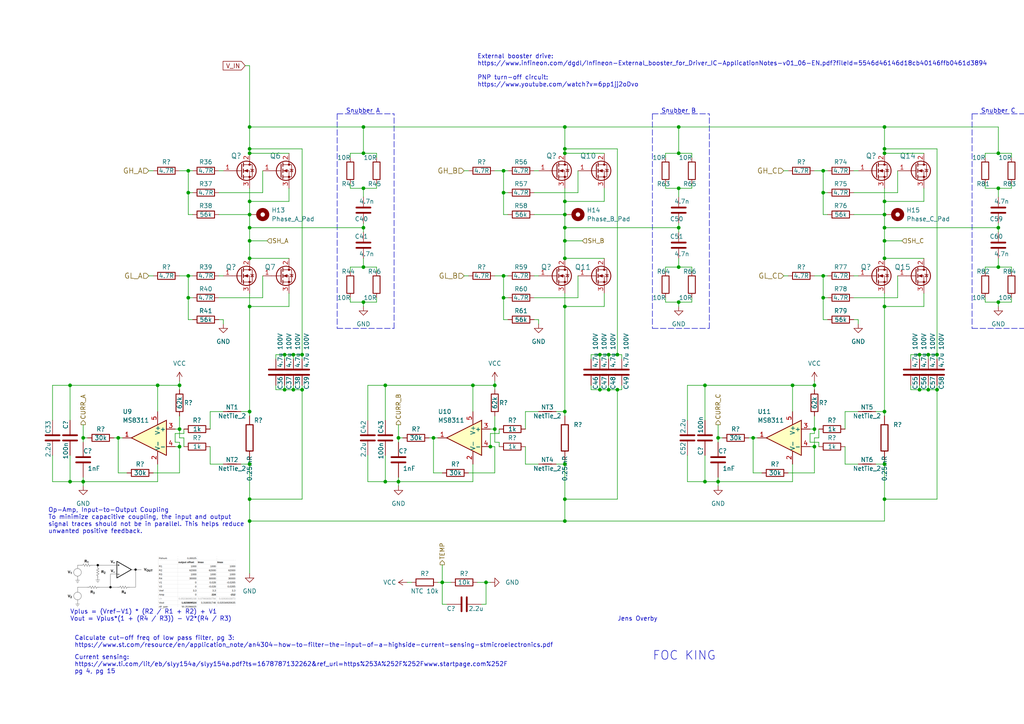
<source format=kicad_sch>
(kicad_sch (version 20211123) (generator eeschema)
  (paper "A4")
  (junction (at 72.39 43.18))
  (junction (at 289.56 44.45))
  (junction (at 72.39 66.04))
  (junction (at 163.83 119.38))
  (junction (at 266.7 102.87))
  (junction (at 229.87 111.76))
  (junction (at 146.05 55.88))
  (junction (at 52.07 129.54))
  (junction (at 85.09 102.87))
  (junction (at 163.83 134.62))
  (junction (at 72.39 74.93))
  (junction (at 24.13 139.7))
  (junction (at 256.54 36.83))
  (junction (at 105.41 36.83))
  (junction (at 72.39 58.42))
  (junction (at 269.24 113.03))
  (junction (at 208.28 127))
  (junction (at 72.39 44.45))
  (junction (at 105.41 87.63))
  (junction (at 196.85 36.83))
  (junction (at 163.83 69.85))
  (junction (at 269.24 102.87))
  (junction (at 204.47 111.76))
  (junction (at 256.54 58.42))
  (junction (at 208.28 139.7))
  (junction (at 72.39 69.85))
  (junction (at 163.83 144.78))
  (junction (at 128.27 168.91))
  (junction (at 266.7 113.03))
  (junction (at 85.09 113.03))
  (junction (at 238.76 55.88))
  (junction (at 143.51 124.46))
  (junction (at 218.44 127))
  (junction (at 163.83 44.45))
  (junction (at 256.54 43.18))
  (junction (at 54.61 80.01))
  (junction (at 72.39 134.62))
  (junction (at 105.41 54.61))
  (junction (at 143.51 111.76))
  (junction (at 271.78 102.87))
  (junction (at 125.73 127))
  (junction (at 289.56 66.04))
  (junction (at 204.47 139.7))
  (junction (at 256.54 88.9))
  (junction (at 105.41 44.45))
  (junction (at 196.85 87.63))
  (junction (at 82.55 102.87))
  (junction (at 111.76 139.7))
  (junction (at 54.61 49.53))
  (junction (at 87.63 102.87))
  (junction (at 179.07 102.87))
  (junction (at 82.55 113.03))
  (junction (at 256.54 74.93))
  (junction (at 142.24 129.54))
  (junction (at 52.07 124.46))
  (junction (at 163.83 151.13))
  (junction (at 140.97 168.91))
  (junction (at 105.41 77.47))
  (junction (at 236.22 129.54))
  (junction (at 20.32 139.7))
  (junction (at 163.83 36.83))
  (junction (at 176.53 113.03))
  (junction (at 146.05 49.53))
  (junction (at 196.85 77.47))
  (junction (at 115.57 139.7))
  (junction (at 146.05 86.36))
  (junction (at 163.83 58.42))
  (junction (at 72.39 119.38))
  (junction (at 179.07 113.03))
  (junction (at 72.39 144.78))
  (junction (at 34.29 127))
  (junction (at 163.83 43.18))
  (junction (at 72.39 62.23))
  (junction (at 289.56 54.61))
  (junction (at 115.57 127))
  (junction (at 238.76 49.53))
  (junction (at 256.54 69.85))
  (junction (at 111.76 111.76))
  (junction (at 24.13 127))
  (junction (at 256.54 144.78))
  (junction (at 196.85 66.04))
  (junction (at 289.56 87.63))
  (junction (at 72.39 36.83))
  (junction (at 20.32 111.76))
  (junction (at 45.72 111.76))
  (junction (at 236.22 111.76))
  (junction (at 173.99 113.03))
  (junction (at 87.63 113.03))
  (junction (at 163.83 66.04))
  (junction (at 238.76 86.36))
  (junction (at 146.05 80.01))
  (junction (at 289.56 77.47))
  (junction (at 256.54 44.45))
  (junction (at 163.83 88.9))
  (junction (at 163.83 62.23))
  (junction (at 256.54 66.04))
  (junction (at 72.39 88.9))
  (junction (at 271.78 113.03))
  (junction (at 163.83 74.93))
  (junction (at 52.07 111.76))
  (junction (at 196.85 44.45))
  (junction (at 137.16 111.76))
  (junction (at 72.39 151.13))
  (junction (at 236.22 124.46))
  (junction (at 196.85 54.61))
  (junction (at 256.54 62.23))
  (junction (at 54.61 86.36))
  (junction (at 105.41 66.04))
  (junction (at 256.54 134.62))
  (junction (at 54.61 55.88))
  (junction (at 176.53 102.87))
  (junction (at 238.76 80.01))
  (junction (at 256.54 119.38))
  (junction (at 173.99 102.87))
  (wire (pts (xy 256.54 144.78) (xy 256.54 151.13)))
  (wire (pts (xy 163.83 62.23) (xy 163.83 66.04)))
  (wire (pts (xy 289.56 44.45) (xy 293.37 44.45)))
  (wire (pts (xy 15.24 132.08) (xy 15.24 139.7)))
  (wire (pts (xy 236.22 120.65) (xy 236.22 124.46)))
  (wire (pts (xy 163.83 88.9) (xy 163.83 119.38)))
  (wire (pts (xy 118.11 168.91) (xy 119.38 168.91)))
  (wire (pts (xy 154.94 62.23) (xy 163.83 62.23)))
  (wire (pts (xy 163.83 36.83) (xy 163.83 43.18)))
  (wire (pts (xy 154.94 49.53) (xy 156.21 49.53)))
  (wire (pts (xy 24.13 139.7) (xy 24.13 140.97)))
  (wire (pts (xy 60.96 134.62) (xy 64.77 134.62)))
  (wire (pts (xy 236.22 127) (xy 236.22 129.54)))
  (wire (pts (xy 72.39 62.23) (xy 72.39 66.04)))
  (wire (pts (xy 76.2 86.36) (xy 76.2 80.01)))
  (wire (pts (xy 285.75 87.63) (xy 285.75 86.36)))
  (wire (pts (xy 72.39 19.05) (xy 72.39 36.83)))
  (wire (pts (xy 146.05 80.01) (xy 146.05 86.36)))
  (wire (pts (xy 163.83 144.78) (xy 179.07 144.78)))
  (wire (pts (xy 116.84 127) (xy 115.57 127)))
  (wire (pts (xy 24.13 127) (xy 24.13 128.27)))
  (wire (pts (xy 289.56 74.93) (xy 289.56 77.47)))
  (wire (pts (xy 227.33 49.53) (xy 228.6 49.53)))
  (wire (pts (xy 161.29 134.62) (xy 163.83 134.62)))
  (wire (pts (xy 229.87 111.76) (xy 236.22 111.76)))
  (wire (pts (xy 54.61 86.36) (xy 55.88 86.36)))
  (wire (pts (xy 144.78 129.54) (xy 144.78 128.27)))
  (wire (pts (xy 196.85 87.63) (xy 200.66 87.63)))
  (polyline (pts (xy 114.3 95.25) (xy 114.3 33.02)))
  (wire (pts (xy 163.83 88.9) (xy 175.26 88.9)))
  (wire (pts (xy 171.45 111.76) (xy 171.45 113.03)))
  (wire (pts (xy 256.54 43.18) (xy 256.54 44.45)))
  (wire (pts (xy 238.76 62.23) (xy 238.76 55.88)))
  (wire (pts (xy 180.34 102.87) (xy 180.34 104.14)))
  (wire (pts (xy 193.04 77.47) (xy 193.04 78.74)))
  (wire (pts (xy 193.04 54.61) (xy 196.85 54.61)))
  (wire (pts (xy 245.11 119.38) (xy 248.92 119.38)))
  (wire (pts (xy 163.83 144.78) (xy 163.83 151.13)))
  (wire (pts (xy 256.54 44.45) (xy 267.97 44.45)))
  (wire (pts (xy 204.47 139.7) (xy 199.39 139.7)))
  (wire (pts (xy 240.03 92.71) (xy 238.76 92.71)))
  (polyline (pts (xy 97.79 95.25) (xy 114.3 95.25)))
  (wire (pts (xy 256.54 69.85) (xy 261.62 69.85)))
  (wire (pts (xy 143.51 128.27) (xy 143.51 124.46)))
  (polyline (pts (xy 189.23 33.02) (xy 205.74 33.02)))
  (wire (pts (xy 80.01 102.87) (xy 82.55 102.87)))
  (wire (pts (xy 146.05 62.23) (xy 146.05 55.88)))
  (polyline (pts (xy 281.94 95.25) (xy 298.45 95.25)))
  (wire (pts (xy 105.41 64.77) (xy 105.41 66.04)))
  (wire (pts (xy 143.51 49.53) (xy 146.05 49.53)))
  (wire (pts (xy 237.49 124.46) (xy 237.49 127)))
  (wire (pts (xy 60.96 129.54) (xy 60.96 134.62)))
  (wire (pts (xy 109.22 53.34) (xy 109.22 54.61)))
  (wire (pts (xy 53.34 124.46) (xy 53.34 125.73)))
  (wire (pts (xy 193.04 87.63) (xy 193.04 86.36)))
  (wire (pts (xy 234.95 124.46) (xy 236.22 124.46)))
  (polyline (pts (xy 97.79 33.02) (xy 114.3 33.02)))
  (wire (pts (xy 101.6 87.63) (xy 105.41 87.63)))
  (wire (pts (xy 105.41 74.93) (xy 105.41 77.47)))
  (wire (pts (xy 128.27 137.16) (xy 125.73 137.16)))
  (wire (pts (xy 53.34 129.54) (xy 53.34 127)))
  (wire (pts (xy 285.75 44.45) (xy 289.56 44.45)))
  (wire (pts (xy 256.54 88.9) (xy 267.97 88.9)))
  (polyline (pts (xy 97.79 33.02) (xy 97.79 95.25)))
  (wire (pts (xy 293.37 44.45) (xy 293.37 45.72)))
  (wire (pts (xy 247.65 80.01) (xy 248.92 80.01)))
  (wire (pts (xy 289.56 54.61) (xy 293.37 54.61)))
  (wire (pts (xy 63.5 80.01) (xy 64.77 80.01)))
  (wire (pts (xy 72.39 151.13) (xy 163.83 151.13)))
  (wire (pts (xy 109.22 87.63) (xy 109.22 86.36)))
  (wire (pts (xy 146.05 86.36) (xy 146.05 92.71)))
  (wire (pts (xy 256.54 74.93) (xy 267.97 74.93)))
  (wire (pts (xy 80.01 111.76) (xy 80.01 113.03)))
  (wire (pts (xy 105.41 57.15) (xy 105.41 54.61)))
  (wire (pts (xy 173.99 111.76) (xy 173.99 113.03)))
  (wire (pts (xy 82.55 102.87) (xy 85.09 102.87)))
  (wire (pts (xy 83.82 58.42) (xy 72.39 58.42)))
  (wire (pts (xy 289.56 36.83) (xy 289.56 44.45)))
  (wire (pts (xy 285.75 77.47) (xy 285.75 78.74)))
  (wire (pts (xy 36.83 137.16) (xy 34.29 137.16)))
  (wire (pts (xy 128.27 168.91) (xy 128.27 163.83)))
  (wire (pts (xy 142.24 125.73) (xy 142.24 129.54)))
  (wire (pts (xy 87.63 102.87) (xy 87.63 104.14)))
  (wire (pts (xy 237.49 129.54) (xy 237.49 128.27)))
  (wire (pts (xy 54.61 86.36) (xy 54.61 92.71)))
  (wire (pts (xy 267.97 54.61) (xy 267.97 58.42)))
  (wire (pts (xy 147.32 92.71) (xy 146.05 92.71)))
  (wire (pts (xy 72.39 85.09) (xy 72.39 88.9)))
  (wire (pts (xy 269.24 113.03) (xy 271.78 113.03)))
  (wire (pts (xy 266.7 102.87) (xy 269.24 102.87)))
  (wire (pts (xy 53.34 127) (xy 52.07 127)))
  (wire (pts (xy 52.07 111.76) (xy 52.07 113.03)))
  (wire (pts (xy 218.44 127) (xy 217.17 127)))
  (wire (pts (xy 87.63 113.03) (xy 87.63 144.78)))
  (wire (pts (xy 115.57 123.19) (xy 115.57 127)))
  (wire (pts (xy 152.4 129.54) (xy 152.4 134.62)))
  (wire (pts (xy 105.41 77.47) (xy 109.22 77.47)))
  (wire (pts (xy 111.76 111.76) (xy 137.16 111.76)))
  (wire (pts (xy 101.6 44.45) (xy 105.41 44.45)))
  (wire (pts (xy 54.61 49.53) (xy 54.61 55.88)))
  (wire (pts (xy 176.53 113.03) (xy 173.99 113.03)))
  (wire (pts (xy 271.78 113.03) (xy 271.78 144.78)))
  (wire (pts (xy 238.76 55.88) (xy 240.03 55.88)))
  (wire (pts (xy 146.05 49.53) (xy 147.32 49.53)))
  (wire (pts (xy 50.8 125.73) (xy 50.8 128.27)))
  (wire (pts (xy 256.54 36.83) (xy 196.85 36.83)))
  (wire (pts (xy 72.39 66.04) (xy 105.41 66.04)))
  (wire (pts (xy 72.39 119.38) (xy 72.39 120.65)))
  (wire (pts (xy 245.11 129.54) (xy 245.11 134.62)))
  (wire (pts (xy 106.68 111.76) (xy 106.68 121.92)))
  (wire (pts (xy 25.4 127) (xy 24.13 127)))
  (polyline (pts (xy 189.23 95.25) (xy 205.74 95.25)))
  (wire (pts (xy 72.39 43.18) (xy 87.63 43.18)))
  (wire (pts (xy 208.28 138.43) (xy 208.28 139.7)))
  (wire (pts (xy 247.65 86.36) (xy 260.35 86.36)))
  (wire (pts (xy 105.41 36.83) (xy 72.39 36.83)))
  (wire (pts (xy 128.27 175.26) (xy 128.27 168.91)))
  (wire (pts (xy 152.4 134.62) (xy 156.21 134.62)))
  (wire (pts (xy 171.45 102.87) (xy 173.99 102.87)))
  (wire (pts (xy 163.83 74.93) (xy 175.26 74.93)))
  (wire (pts (xy 109.22 78.74) (xy 109.22 77.47)))
  (wire (pts (xy 72.39 144.78) (xy 72.39 151.13)))
  (wire (pts (xy 245.11 124.46) (xy 245.11 119.38)))
  (wire (pts (xy 72.39 66.04) (xy 72.39 69.85)))
  (wire (pts (xy 163.83 54.61) (xy 163.83 58.42)))
  (wire (pts (xy 54.61 49.53) (xy 55.88 49.53)))
  (wire (pts (xy 248.92 92.71) (xy 248.92 93.98)))
  (wire (pts (xy 256.54 54.61) (xy 256.54 58.42)))
  (wire (pts (xy 176.53 113.03) (xy 179.07 113.03)))
  (wire (pts (xy 85.09 113.03) (xy 87.63 113.03)))
  (wire (pts (xy 34.29 137.16) (xy 34.29 127)))
  (wire (pts (xy 163.83 44.45) (xy 175.26 44.45)))
  (wire (pts (xy 289.56 87.63) (xy 289.56 88.9)))
  (wire (pts (xy 52.07 137.16) (xy 52.07 129.54)))
  (wire (pts (xy 52.07 110.49) (xy 52.07 111.76)))
  (wire (pts (xy 271.78 113.03) (xy 271.78 111.76)))
  (wire (pts (xy 105.41 87.63) (xy 105.41 88.9)))
  (wire (pts (xy 154.94 80.01) (xy 156.21 80.01)))
  (wire (pts (xy 229.87 119.38) (xy 229.87 111.76)))
  (wire (pts (xy 163.83 43.18) (xy 163.83 44.45)))
  (polyline (pts (xy 281.94 33.02) (xy 298.45 33.02)))
  (wire (pts (xy 285.75 44.45) (xy 285.75 45.72)))
  (wire (pts (xy 238.76 80.01) (xy 240.03 80.01)))
  (wire (pts (xy 15.24 111.76) (xy 20.32 111.76)))
  (wire (pts (xy 234.95 128.27) (xy 234.95 125.73)))
  (wire (pts (xy 63.5 86.36) (xy 76.2 86.36)))
  (wire (pts (xy 236.22 111.76) (xy 236.22 113.03)))
  (wire (pts (xy 200.66 78.74) (xy 200.66 77.47)))
  (wire (pts (xy 101.6 87.63) (xy 101.6 86.36)))
  (wire (pts (xy 245.11 134.62) (xy 248.92 134.62)))
  (wire (pts (xy 53.34 125.73) (xy 50.8 125.73)))
  (wire (pts (xy 142.24 124.46) (xy 143.51 124.46)))
  (wire (pts (xy 52.07 127) (xy 52.07 124.46)))
  (wire (pts (xy 269.24 111.76) (xy 269.24 113.03)))
  (wire (pts (xy 208.28 127) (xy 209.55 127)))
  (wire (pts (xy 218.44 137.16) (xy 218.44 127)))
  (wire (pts (xy 72.39 44.45) (xy 83.82 44.45)))
  (wire (pts (xy 34.29 127) (xy 33.02 127)))
  (wire (pts (xy 137.16 139.7) (xy 115.57 139.7)))
  (wire (pts (xy 137.16 134.62) (xy 137.16 139.7)))
  (wire (pts (xy 106.68 111.76) (xy 111.76 111.76)))
  (wire (pts (xy 63.5 55.88) (xy 76.2 55.88)))
  (wire (pts (xy 52.07 120.65) (xy 52.07 124.46)))
  (wire (pts (xy 35.56 127) (xy 34.29 127)))
  (wire (pts (xy 204.47 111.76) (xy 199.39 111.76)))
  (wire (pts (xy 293.37 87.63) (xy 293.37 86.36)))
  (wire (pts (xy 264.16 102.87) (xy 264.16 104.14)))
  (wire (pts (xy 271.78 102.87) (xy 271.78 104.14)))
  (wire (pts (xy 171.45 113.03) (xy 173.99 113.03)))
  (wire (pts (xy 45.72 134.62) (xy 45.72 139.7)))
  (wire (pts (xy 156.21 92.71) (xy 156.21 93.98)))
  (wire (pts (xy 140.97 168.91) (xy 138.43 168.91)))
  (wire (pts (xy 236.22 137.16) (xy 236.22 129.54)))
  (wire (pts (xy 238.76 92.71) (xy 238.76 86.36)))
  (wire (pts (xy 127 168.91) (xy 128.27 168.91)))
  (wire (pts (xy 271.78 43.18) (xy 271.78 102.87)))
  (wire (pts (xy 106.68 132.08) (xy 106.68 139.7)))
  (wire (pts (xy 82.55 104.14) (xy 82.55 102.87)))
  (wire (pts (xy 143.51 110.49) (xy 143.51 111.76)))
  (wire (pts (xy 256.54 58.42) (xy 256.54 62.23)))
  (wire (pts (xy 179.07 43.18) (xy 179.07 102.87)))
  (wire (pts (xy 163.83 43.18) (xy 179.07 43.18)))
  (wire (pts (xy 179.07 113.03) (xy 180.34 113.03)))
  (wire (pts (xy 163.83 36.83) (xy 105.41 36.83)))
  (wire (pts (xy 154.94 86.36) (xy 167.64 86.36)))
  (wire (pts (xy 45.72 111.76) (xy 52.07 111.76)))
  (wire (pts (xy 83.82 54.61) (xy 83.82 58.42)))
  (wire (pts (xy 163.83 66.04) (xy 196.85 66.04)))
  (wire (pts (xy 285.75 54.61) (xy 285.75 53.34)))
  (wire (pts (xy 24.13 139.7) (xy 45.72 139.7)))
  (wire (pts (xy 152.4 124.46) (xy 152.4 119.38)))
  (wire (pts (xy 256.54 119.38) (xy 256.54 120.65)))
  (wire (pts (xy 144.78 124.46) (xy 144.78 125.73)))
  (wire (pts (xy 45.72 119.38) (xy 45.72 111.76)))
  (wire (pts (xy 236.22 110.49) (xy 236.22 111.76)))
  (wire (pts (xy 196.85 87.63) (xy 196.85 88.9)))
  (wire (pts (xy 60.96 124.46) (xy 60.96 119.38)))
  (wire (pts (xy 20.32 139.7) (xy 24.13 139.7)))
  (wire (pts (xy 196.85 77.47) (xy 200.66 77.47)))
  (wire (pts (xy 80.01 102.87) (xy 80.01 104.14)))
  (wire (pts (xy 289.56 77.47) (xy 293.37 77.47)))
  (wire (pts (xy 71.12 19.05) (xy 72.39 19.05)))
  (polyline (pts (xy 189.23 33.02) (xy 189.23 95.25)))
  (wire (pts (xy 247.65 92.71) (xy 248.92 92.71)))
  (wire (pts (xy 238.76 86.36) (xy 240.03 86.36)))
  (polyline (pts (xy 281.94 33.02) (xy 281.94 95.25)))
  (wire (pts (xy 180.34 111.76) (xy 180.34 113.03)))
  (wire (pts (xy 72.39 36.83) (xy 72.39 43.18)))
  (wire (pts (xy 144.78 128.27) (xy 143.51 128.27)))
  (wire (pts (xy 219.71 127) (xy 218.44 127)))
  (wire (pts (xy 163.83 58.42) (xy 163.83 62.23)))
  (wire (pts (xy 161.29 119.38) (xy 163.83 119.38)))
  (wire (pts (xy 254 119.38) (xy 256.54 119.38)))
  (wire (pts (xy 143.51 111.76) (xy 143.51 113.03)))
  (wire (pts (xy 196.85 54.61) (xy 200.66 54.61)))
  (wire (pts (xy 72.39 88.9) (xy 72.39 119.38)))
  (wire (pts (xy 267.97 58.42) (xy 256.54 58.42)))
  (wire (pts (xy 50.8 128.27) (xy 52.07 128.27)))
  (wire (pts (xy 111.76 111.76) (xy 111.76 121.92)))
  (wire (pts (xy 105.41 36.83) (xy 105.41 44.45)))
  (wire (pts (xy 256.54 62.23) (xy 256.54 66.04)))
  (wire (pts (xy 143.51 137.16) (xy 135.89 137.16)))
  (wire (pts (xy 269.24 113.03) (xy 266.7 113.03)))
  (wire (pts (xy 199.39 132.08) (xy 199.39 139.7)))
  (wire (pts (xy 82.55 111.76) (xy 82.55 113.03)))
  (wire (pts (xy 128.27 175.26) (xy 129.54 175.26)))
  (wire (pts (xy 85.09 111.76) (xy 85.09 113.03)))
  (wire (pts (xy 154.94 92.71) (xy 156.21 92.71)))
  (wire (pts (xy 256.54 66.04) (xy 289.56 66.04)))
  (wire (pts (xy 54.61 80.01) (xy 54.61 86.36)))
  (wire (pts (xy 247.65 62.23) (xy 256.54 62.23)))
  (wire (pts (xy 147.32 62.23) (xy 146.05 62.23)))
  (wire (pts (xy 236.22 137.16) (xy 228.6 137.16)))
  (wire (pts (xy 50.8 124.46) (xy 52.07 124.46)))
  (wire (pts (xy 193.04 77.47) (xy 196.85 77.47)))
  (wire (pts (xy 208.28 139.7) (xy 208.28 140.97)))
  (wire (pts (xy 109.22 44.45) (xy 109.22 45.72)))
  (wire (pts (xy 111.76 139.7) (xy 115.57 139.7)))
  (wire (pts (xy 163.83 36.83) (xy 196.85 36.83)))
  (wire (pts (xy 220.98 137.16) (xy 218.44 137.16)))
  (wire (pts (xy 179.07 102.87) (xy 180.34 102.87)))
  (wire (pts (xy 163.83 119.38) (xy 163.83 120.65)))
  (wire (pts (xy 72.39 134.62) (xy 72.39 144.78)))
  (wire (pts (xy 143.51 120.65) (xy 143.51 124.46)))
  (wire (pts (xy 52.07 129.54) (xy 50.8 129.54)))
  (wire (pts (xy 175.26 58.42) (xy 163.83 58.42)))
  (wire (pts (xy 115.57 139.7) (xy 115.57 140.97)))
  (wire (pts (xy 264.16 102.87) (xy 266.7 102.87)))
  (wire (pts (xy 266.7 111.76) (xy 266.7 113.03)))
  (wire (pts (xy 204.47 121.92) (xy 204.47 111.76)))
  (wire (pts (xy 115.57 127) (xy 115.57 128.27)))
  (wire (pts (xy 260.35 55.88) (xy 260.35 49.53)))
  (wire (pts (xy 101.6 44.45) (xy 101.6 45.72)))
  (wire (pts (xy 163.83 85.09) (xy 163.83 88.9)))
  (wire (pts (xy 125.73 137.16) (xy 125.73 127)))
  (wire (pts (xy 43.18 80.01) (xy 44.45 80.01)))
  (wire (pts (xy 101.6 54.61) (xy 105.41 54.61)))
  (wire (pts (xy 115.57 138.43) (xy 115.57 139.7)))
  (wire (pts (xy 256.54 144.78) (xy 271.78 144.78)))
  (wire (pts (xy 163.83 69.85) (xy 163.83 74.93)))
  (wire (pts (xy 193.04 54.61) (xy 193.04 53.34)))
  (wire (pts (xy 85.09 102.87) (xy 85.09 104.14)))
  (wire (pts (xy 60.96 119.38) (xy 64.77 119.38)))
  (wire (pts (xy 247.65 55.88) (xy 260.35 55.88)))
  (wire (pts (xy 285.75 77.47) (xy 289.56 77.47)))
  (wire (pts (xy 254 134.62) (xy 256.54 134.62)))
  (wire (pts (xy 179.07 113.03) (xy 179.07 144.78)))
  (wire (pts (xy 54.61 55.88) (xy 55.88 55.88)))
  (wire (pts (xy 196.85 57.15) (xy 196.85 54.61)))
  (wire (pts (xy 229.87 139.7) (xy 208.28 139.7)))
  (polyline (pts (xy 298.45 95.25) (xy 298.45 33.02)))
  (wire (pts (xy 264.16 113.03) (xy 266.7 113.03)))
  (wire (pts (xy 267.97 88.9) (xy 267.97 85.09)))
  (wire (pts (xy 269.24 102.87) (xy 271.78 102.87)))
  (wire (pts (xy 111.76 132.08) (xy 111.76 139.7)))
  (wire (pts (xy 293.37 53.34) (xy 293.37 54.61)))
  (wire (pts (xy 236.22 129.54) (xy 234.95 129.54)))
  (wire (pts (xy 134.62 80.01) (xy 135.89 80.01)))
  (wire (pts (xy 105.41 67.31) (xy 105.41 66.04)))
  (wire (pts (xy 176.53 102.87) (xy 176.53 104.14)))
  (wire (pts (xy 63.5 62.23) (xy 72.39 62.23)))
  (wire (pts (xy 43.18 49.53) (xy 44.45 49.53)))
  (wire (pts (xy 52.07 137.16) (xy 44.45 137.16)))
  (wire (pts (xy 256.54 151.13) (xy 163.83 151.13)))
  (wire (pts (xy 146.05 49.53) (xy 146.05 55.88)))
  (wire (pts (xy 146.05 86.36) (xy 147.32 86.36)))
  (wire (pts (xy 143.51 129.54) (xy 142.24 129.54)))
  (wire (pts (xy 140.97 175.26) (xy 140.97 168.91)))
  (wire (pts (xy 146.05 55.88) (xy 147.32 55.88)))
  (wire (pts (xy 256.54 36.83) (xy 289.56 36.83)))
  (wire (pts (xy 105.41 54.61) (xy 109.22 54.61)))
  (wire (pts (xy 52.07 49.53) (xy 54.61 49.53)))
  (wire (pts (xy 193.04 44.45) (xy 193.04 45.72)))
  (wire (pts (xy 63.5 92.71) (xy 64.77 92.71)))
  (wire (pts (xy 76.2 49.53) (xy 76.2 55.88)))
  (wire (pts (xy 289.56 64.77) (xy 289.56 66.04)))
  (wire (pts (xy 55.88 92.71) (xy 54.61 92.71)))
  (wire (pts (xy 176.53 111.76) (xy 176.53 113.03)))
  (wire (pts (xy 256.54 36.83) (xy 256.54 43.18)))
  (wire (pts (xy 256.54 85.09) (xy 256.54 88.9)))
  (wire (pts (xy 229.87 134.62) (xy 229.87 139.7)))
  (wire (pts (xy 128.27 168.91) (xy 130.81 168.91)))
  (wire (pts (xy 247.65 49.53) (xy 248.92 49.53)))
  (wire (pts (xy 54.61 80.01) (xy 55.88 80.01)))
  (wire (pts (xy 146.05 80.01) (xy 147.32 80.01)))
  (wire (pts (xy 167.64 86.36) (xy 167.64 80.01)))
  (wire (pts (xy 173.99 104.14) (xy 173.99 102.87)))
  (wire (pts (xy 200.66 87.63) (xy 200.66 86.36)))
  (wire (pts (xy 87.63 43.18) (xy 87.63 102.87)))
  (wire (pts (xy 204.47 111.76) (xy 229.87 111.76)))
  (wire (pts (xy 236.22 49.53) (xy 238.76 49.53)))
  (wire (pts (xy 256.54 69.85) (xy 256.54 74.93)))
  (wire (pts (xy 55.88 62.23) (xy 54.61 62.23)))
  (wire (pts (xy 196.85 44.45) (xy 200.66 44.45)))
  (wire (pts (xy 293.37 78.74) (xy 293.37 77.47)))
  (wire (pts (xy 72.39 74.93) (xy 83.82 74.93)))
  (wire (pts (xy 199.39 111.76) (xy 199.39 121.92)))
  (wire (pts (xy 101.6 54.61) (xy 101.6 53.34)))
  (wire (pts (xy 204.47 139.7) (xy 208.28 139.7)))
  (wire (pts (xy 256.54 133.35) (xy 256.54 134.62)))
  (wire (pts (xy 227.33 80.01) (xy 228.6 80.01)))
  (wire (pts (xy 140.97 168.91) (xy 142.24 168.91)))
  (wire (pts (xy 238.76 80.01) (xy 238.76 86.36)))
  (wire (pts (xy 236.22 125.73) (xy 236.22 124.46)))
  (wire (pts (xy 196.85 36.83) (xy 196.85 44.45)))
  (wire (pts (xy 83.82 88.9) (xy 83.82 85.09)))
  (wire (pts (xy 15.24 139.7) (xy 20.32 139.7)))
  (wire (pts (xy 52.07 128.27) (xy 52.07 129.54)))
  (wire (pts (xy 163.83 133.35) (xy 163.83 134.62)))
  (wire (pts (xy 285.75 87.63) (xy 289.56 87.63)))
  (wire (pts (xy 171.45 102.87) (xy 171.45 104.14)))
  (wire (pts (xy 256.54 66.04) (xy 256.54 69.85)))
  (wire (pts (xy 45.72 111.76) (xy 20.32 111.76)))
  (wire (pts (xy 143.51 137.16) (xy 143.51 129.54)))
  (wire (pts (xy 69.85 134.62) (xy 72.39 134.62)))
  (wire (pts (xy 237.49 128.27) (xy 234.95 128.27)))
  (wire (pts (xy 72.39 144.78) (xy 87.63 144.78)))
  (wire (pts (xy 200.66 53.34) (xy 200.66 54.61)))
  (wire (pts (xy 176.53 102.87) (xy 179.07 102.87)))
  (wire (pts (xy 80.01 113.03) (xy 82.55 113.03)))
  (wire (pts (xy 236.22 80.01) (xy 238.76 80.01)))
  (wire (pts (xy 52.07 80.01) (xy 54.61 80.01)))
  (wire (pts (xy 127 127) (xy 125.73 127)))
  (wire (pts (xy 72.39 54.61) (xy 72.39 58.42)))
  (wire (pts (xy 260.35 86.36) (xy 260.35 80.01)))
  (wire (pts (xy 289.56 57.15) (xy 289.56 54.61)))
  (wire (pts (xy 106.68 139.7) (xy 111.76 139.7)))
  (wire (pts (xy 72.39 43.18) (xy 72.39 44.45)))
  (wire (pts (xy 289.56 87.63) (xy 293.37 87.63)))
  (wire (pts (xy 24.13 138.43) (xy 24.13 139.7)))
  (wire (pts (xy 234.95 125.73) (xy 236.22 125.73)))
  (wire (pts (xy 240.03 62.23) (xy 238.76 62.23)))
  (wire (pts (xy 238.76 49.53) (xy 238.76 55.88)))
  (wire (pts (xy 20.32 132.08) (xy 20.32 139.7)))
  (wire (pts (xy 173.99 102.87) (xy 176.53 102.87)))
  (wire (pts (xy 208.28 123.19) (xy 208.28 127)))
  (wire (pts (xy 105.41 44.45) (xy 109.22 44.45)))
  (wire (pts (xy 101.6 77.47) (xy 101.6 78.74)))
  (wire (pts (xy 72.39 151.13) (xy 72.39 166.37)))
  (wire (pts (xy 154.94 55.88) (xy 167.64 55.88)))
  (wire (pts (xy 256.54 88.9) (xy 256.54 119.38)))
  (wire (pts (xy 152.4 119.38) (xy 156.21 119.38)))
  (wire (pts (xy 137.16 111.76) (xy 143.51 111.76)))
  (wire (pts (xy 204.47 132.08) (xy 204.47 139.7)))
  (wire (pts (xy 101.6 77.47) (xy 105.41 77.47)))
  (wire (pts (xy 144.78 125.73) (xy 142.24 125.73)))
  (wire (pts (xy 15.24 111.76) (xy 15.24 121.92)))
  (wire (pts (xy 175.26 88.9) (xy 175.26 85.09)))
  (wire (pts (xy 143.51 80.01) (xy 146.05 80.01)))
  (wire (pts (xy 137.16 111.76) (xy 137.16 119.38)))
  (wire (pts (xy 69.85 119.38) (xy 72.39 119.38)))
  (wire (pts (xy 63.5 49.53) (xy 64.77 49.53)))
  (wire (pts (xy 85.09 113.03) (xy 82.55 113.03)))
  (wire (pts (xy 163.83 66.04) (xy 163.83 69.85)))
  (wire (pts (xy 72.39 69.85) (xy 77.47 69.85)))
  (wire (pts (xy 193.04 44.45) (xy 196.85 44.45)))
  (wire (pts (xy 237.49 127) (xy 236.22 127)))
  (wire (pts (xy 200.66 44.45) (xy 200.66 45.72)))
  (wire (pts (xy 196.85 74.93) (xy 196.85 77.47)))
  (wire (pts (xy 264.16 111.76) (xy 264.16 113.03)))
  (wire (pts (xy 208.28 127) (xy 208.28 128.27)))
  (wire (pts (xy 72.39 58.42) (xy 72.39 62.23)))
  (wire (pts (xy 85.09 102.87) (xy 87.63 102.87)))
  (wire (pts (xy 163.83 69.85) (xy 168.91 69.85)))
  (wire (pts (xy 72.39 88.9) (xy 83.82 88.9)))
  (wire (pts (xy 72.39 133.35) (xy 72.39 134.62)))
  (wire (pts (xy 196.85 67.31) (xy 196.85 66.04)))
  (wire (pts (xy 105.41 87.63) (xy 109.22 87.63)))
  (wire (pts (xy 266.7 104.14) (xy 266.7 102.87)))
  (wire (pts (xy 24.13 123.19) (xy 24.13 127)))
  (wire (pts (xy 20.32 121.92) (xy 20.32 111.76)))
  (polyline (pts (xy 205.74 95.25) (xy 205.74 33.02)))
  (wire (pts (xy 196.85 64.77) (xy 196.85 66.04)))
  (wire (pts (xy 140.97 175.26) (xy 139.7 175.26)))
  (wire (pts (xy 167.64 55.88) (xy 167.64 49.53)))
  (wire (pts (xy 87.63 113.03) (xy 87.63 111.76)))
  (wire (pts (xy 193.04 87.63) (xy 196.85 87.63)))
  (wire (pts (xy 125.73 127) (xy 124.46 127)))
  (wire (pts (xy 238.76 49.53) (xy 240.03 49.53)))
  (wire (pts (xy 256.54 43.18) (xy 271.78 43.18)))
  (wire (pts (xy 289.56 67.31) (xy 289.56 66.04)))
  (wire (pts (xy 54.61 62.23) (xy 54.61 55.88)))
  (wire (pts (xy 269.24 102.87) (xy 269.24 104.14)))
  (wire (pts (xy 256.54 134.62) (xy 256.54 144.78)))
  (wire (pts (xy 163.83 134.62) (xy 163.83 144.78)))
  (wire (pts (xy 285.75 54.61) (xy 289.56 54.61)))
  (wire (pts (xy 134.62 49.53) (xy 135.89 49.53)))
  (wire (pts (xy 175.26 54.61) (xy 175.26 58.42)))
  (wire (pts (xy 72.39 69.85) (xy 72.39 74.93)))
  (wire (pts (xy 64.77 92.71) (xy 64.77 93.98)))
  (image (at 57.15 168.91) (scale 0.660121))
  (image (at 31.75 168.91) (scale 0.381676))
  (text "Calculate cut-off freq of low pass filter, pg 3:\nhttps://www.st.com/resource/en/application_note/an4304-how-to-filter-the-input-of-a-highside-current-sensing-stmicroelectronics.pdf" (at 21.59 187.96 0) (effects (font (size 1.27 1.27)) (justify left bottom)))
  (text "Snubber C" (at 284.48 33.02 0) (effects (font (size 1.27 1.27)) (justify left bottom)))
  (text "FOC KING" (at 189.23 191.77 0) (effects (font (size 2.54 2.54)) (justify left bottom)))
  (text "Op-Amp, Input-to-Output Coupling\nTo minimize capacitive coupling, the input and output\nsignal traces should not be in parallel. This helps reduce\nunwanted positive feedback. " (at 13.97 154.94 0) (effects (font (size 1.27 1.27)) (justify left bottom)))
  (text "Jens Overby" (at 179.07 180.34 0) (effects (font (size 1.27 1.27)) (justify left bottom)))
  (text "Snubber B" (at 191.77 33.02 0) (effects (font (size 1.27 1.27)) (justify left bottom)))
  (text "External booster drive:\nhttps://www.infineon.com/dgdl/Infineon-External_booster_for_Driver_IC-ApplicationNotes-v01_06-EN.pdf?fileId=5546d46146d18cb40146ffb0461d3894\n\nPNP turn-off circuit:\nhttps://www.youtube.com/watch?v=6pp1jj2oDvo\n" (at 138.43 25.4 0) (effects (font (size 1.27 1.27)) (justify left bottom)))
  (text "Snubber A" (at 100.33 33.02 0) (effects (font (size 1.27 1.27)) (justify left bottom)))
  (text "Vplus = (Vref-V1) * (R2 / R1 + R2) + V1\nVout = Vplus*(1 + (R4 / R3)) - V2*(R4 / R­3) " (at 20.32 180.34 0) (effects (font (size 1.27 1.27)) (justify left bottom)))
  (text "Current sensing:\nhttps://www.ti.com/lit/eb/slyy154a/slyy154a.pdf?ts=1678787132262&ref_url=https%253A%252F%252Fwww.startpage.com%252F\npg 4, pg 15" (at 21.59 195.58 0) (effects (font (size 1.27 1.27)) (justify left bottom)))
  (global_label "V_IN" (shape input) (at 71.12 19.05 180) (property "Intersheet References" "${INTERSHEET_REFS}" (effects hide)))
  (hierarchical_label "TEMP" (shape output) (at 128.27 163.83 90))
  (hierarchical_label "GH_A" (shape input) (at 43.18 49.53 180) (effects (font (size 1.524 1.524))))
  (hierarchical_label "SH_C" (shape input) (at 261.62 69.85 0))
  (hierarchical_label "SH_A" (shape input) (at 77.47 69.85 0))
  (hierarchical_label "GL_A" (shape input) (at 43.18 80.01 180) (effects (font (size 1.524 1.524))))
  (hierarchical_label "CURR_C" (shape output) (at 208.28 123.19 90))
  (hierarchical_label "CURR_B" (shape output) (at 115.57 123.19 90))
  (hierarchical_label "SH_B" (shape input) (at 168.91 69.85 0))
  (hierarchical_label "CURR_A" (shape output) (at 24.13 123.19 90))
  (hierarchical_label "GH_C" (shape input) (at 227.33 49.53 180) (effects (font (size 1.524 1.524))))
  (hierarchical_label "GH_B" (shape input) (at 134.62 49.53 180) (effects (font (size 1.524 1.524))))
  (hierarchical_label "GL_C" (shape input) (at 227.33 80.01 180) (effects (font (size 1.524 1.524))))
  (hierarchical_label "GL_B" (shape input) (at 134.62 80.01 180) (effects (font (size 1.524 1.524))))
  (symbol (lib_id "Device:R") (at 57.15 124.46 270) (mirror x) (unit 1)
    (property "Reference" "R?" (at 57.15 121.92 90))
    (property "Value" "1k" (at 57.15 124.46 90))
    (property "Footprint" "Resistor_SMD:R_0603_1608Metric" (effects hide))
    (property "LCSC" "C21190" (effects hide))
  )
  (symbol (lib_id "Device:R") (at 40.64 137.16 270) (mirror x) (unit 1)
    (property "Reference" "R?" (at 40.64 134.62 90))
    (property "Value" "30k" (at 40.64 137.16 90))
    (property "Footprint" "Resistor_SMD:R_0603_1608Metric" (effects hide))
    (property "LCSC" "C22984" (effects hide))
  )
  (symbol (lib_id "Device:C") (at 80.01 107.95 0) (unit 1)
    (property "Reference" "C36" (at 81.28 113.03 90) (effects (justify left)))
    (property "Value" "4.7u 100V" (at 81.28 106.68 90) (effects (justify left)))
    (property "Footprint" "Capacitor_SMD:C_1210_3225Metric" (effects hide))
    (property "LCSC" "C381466" (effects hide))
  )
  (symbol (lib_id "Device:C") (at 173.99 107.95 0) (unit 1)
    (property "Reference" "C47" (at 175.26 113.03 90) (effects (justify left)))
    (property "Value" "4.7u 100V" (at 175.26 106.68 90) (effects (justify left)))
    (property "Footprint" "Capacitor_SMD:C_1210_3225Metric" (effects hide))
    (property "LCSC" "C381466" (effects hide))
  )
  (symbol (lib_id "BLDC_4-rescue:C-RESCUE-BLDC_4") (at 15.24 127 0) (mirror x) (unit 1)
    (property "Reference" "C33" (at 13.97 121.92 90) (effects (justify left)))
    (property "Value" "2.2u" (at 13.97 128.27 90) (effects (justify left)))
    (property "Footprint" "Capacitor_SMD:C_0603_1608Metric" (effects hide))
    (property "LCSC" "C23630" (effects hide))
  )
  (symbol (lib_id "Device:NetTie_2") (at 251.46 134.62 0) (unit 1)
    (property "Reference" "NT6" (at 251.46 133.35 0))
    (property "Value" "NetTie_2" (at 251.46 135.89 0))
    (property "Footprint" "NetTie:NetTie-2_SMD_Pad0.5mm" (effects hide))
  )
  (symbol (lib_id "power:VCC") (at 118.11 168.91 90) (unit 1)
    (property "Reference" "#PWR?" (effects hide))
    (property "Value" "VCC" (at 113.03 168.91 90))
  )
  (symbol (lib_id "Device:C") (at 82.55 107.95 0) (unit 1)
    (property "Reference" "C37" (at 83.82 113.03 90) (effects (justify left)))
    (property "Value" "4.7u 100V" (at 83.82 106.68 90) (effects (justify left)))
    (property "Footprint" "Capacitor_SMD:C_1210_3225Metric" (effects hide))
    (property "LCSC" "C381466" (effects hide))
  )
  (symbol (lib_id "Device:Q_NMOS_GDS") (at 172.72 80.01 0) (unit 1)
    (property "Reference" "Q11" (at 171.45 77.47 0) (effects (font (size 1.524 1.524)) (justify right)))
    (property "Value" "CRST030N10N" (effects hide))
    (property "Footprint" "Custom:TO-220-3_Vertical_bend" (effects hide))
    (property "LCSC" "C841369" (effects hide))
  )
  (symbol (lib_id "Device:R") (at 213.36 127 270) (mirror x) (unit 1)
    (property "Reference" "R?" (at 213.36 124.46 90))
    (property "Value" "30k" (at 213.36 127 90))
    (property "Footprint" "Resistor_SMD:R_0603_1608Metric" (effects hide))
    (property "LCSC" "C22808" (effects hide))
  )
  (symbol (lib_id "Device:R") (at 59.69 62.23 270) (unit 1)
    (property "Reference" "R38" (at 59.69 59.69 90))
    (property "Value" "56k" (at 59.69 62.23 90))
    (property "Footprint" "Resistor_SMD:R_0603_1608Metric" (effects hide))
    (property "LCSC" "C23206" (effects hide))
  )
  (symbol (lib_id "BLDC_4-rescue:R-RESCUE-BLDC_4") (at 256.54 127 0) (unit 1)
    (property "Reference" "R?" (at 260.35 123.19 0))
    (property "Value" "0.25mR" (at 256.54 135.89 90))
    (property "Footprint" "Resistor_SMD:R_0805_2012Metric" (effects hide))
    (property "LCSC" "C495759" (effects hide))
  )
  (symbol (lib_id "BLDC_4-rescue:R-RESCUE-BLDC_4") (at 163.83 127 0) (unit 1)
    (property "Reference" "R?" (at 167.64 123.19 0))
    (property "Value" "0.25mR" (at 163.83 135.89 90))
    (property "Footprint" "Resistor_SMD:R_0805_2012Metric" (effects hide))
    (property "LCSC" "C495759" (effects hide))
  )
  (symbol (lib_id "Device:C") (at 85.09 107.95 0) (unit 1)
    (property "Reference" "C38" (at 86.36 113.03 90) (effects (justify left)))
    (property "Value" "4.7u 100V" (at 86.36 106.68 90) (effects (justify left)))
    (property "Footprint" "Capacitor_SMD:C_1210_3225Metric" (effects hide))
    (property "LCSC" "C381466" (effects hide))
  )
  (symbol (lib_id "Device:R") (at 59.69 92.71 270) (unit 1)
    (property "Reference" "R41" (at 59.69 90.17 90))
    (property "Value" "56k" (at 59.69 92.71 90))
    (property "Footprint" "Resistor_SMD:R_0603_1608Metric" (effects hide))
    (property "LCSC" "C23206" (effects hide))
  )
  (symbol (lib_id "Device:R") (at 143.51 116.84 0) (mirror x) (unit 1)
    (property "Reference" "R?" (at 146.05 116.84 0))
    (property "Value" "62k" (at 143.51 116.84 90))
    (property "Footprint" "Resistor_SMD:R_0603_1608Metric" (effects hide))
    (property "LCSC" "C23221" (effects hide))
  )
  (symbol (lib_id "Device:R") (at 241.3 129.54 270) (mirror x) (unit 1)
    (property "Reference" "R?" (at 241.3 127 90))
    (property "Value" "1k" (at 241.3 129.54 90))
    (property "Footprint" "Resistor_SMD:R_0603_1608Metric" (effects hide))
    (property "LCSC" "C21190" (effects hide))
  )
  (symbol (lib_id "Device:NetTie_2") (at 67.31 134.62 0) (unit 1)
    (property "Reference" "NT2" (at 67.31 133.35 0))
    (property "Value" "NetTie_2" (at 67.31 135.89 0))
    (property "Footprint" "NetTie:NetTie-2_SMD_Pad0.5mm" (effects hide))
  )
  (symbol (lib_id "Device:Q_NMOS_GDS") (at 161.29 80.01 0) (unit 1)
    (property "Reference" "Q?" (at 160.02 77.47 0) (effects (font (size 1.524 1.524)) (justify right)))
    (property "Value" "CSD19536KCS" (effects hide))
    (property "Footprint" "shapes3D:TO-220-3_Horizontal_TabUp_no_hole" (effects hide))
    (property "LCSC" "C841369" (effects hide))
  )
  (symbol (lib_id "Device:R") (at 139.7 49.53 270) (mirror x) (unit 1)
    (property "Reference" "R?" (at 139.7 46.99 90))
    (property "Value" "4.7R" (at 139.7 49.53 90))
    (property "Footprint" "Resistor_SMD:R_0603_1608Metric" (effects hide))
    (property "LCSC" "C22859" (effects hide))
  )
  (symbol (lib_id "Device:R") (at 48.26 49.53 270) (mirror x) (unit 1)
    (property "Reference" "R?" (at 48.26 46.99 90))
    (property "Value" "4.7R" (at 48.26 49.53 90))
    (property "Footprint" "Resistor_SMD:R_0603_1608Metric" (effects hide))
    (property "LCSC" "C22859" (effects hide))
  )
  (symbol (lib_id "Device:C") (at 105.41 60.96 0) (mirror x) (unit 1)
    (property "Reference" "C40" (at 102.87 63.5 0) (effects (justify left)))
    (property "Value" "4.7n" (at 104.14 58.42 0) (effects (justify left)))
    (property "Footprint" "Capacitor_SMD:C_0603_1608Metric" (effects hide))
    (property "LCSC" "C382251" (effects hide))
  )
  (symbol (lib_id "Device:R") (at 139.7 80.01 270) (mirror x) (unit 1)
    (property "Reference" "R?" (at 139.7 77.47 90))
    (property "Value" "4.7R" (at 139.7 80.01 90))
    (property "Footprint" "Resistor_SMD:R_0603_1608Metric" (effects hide))
    (property "LCSC" "C22859" (effects hide))
  )
  (symbol (lib_id "Device:R") (at 29.21 127 270) (mirror x) (unit 1)
    (property "Reference" "R?" (at 29.21 124.46 90))
    (property "Value" "30k" (at 29.21 127 90))
    (property "Footprint" "Resistor_SMD:R_0603_1608Metric" (effects hide))
    (property "LCSC" "C22808" (effects hide))
  )
  (symbol (lib_id "Device:R") (at 243.84 86.36 270) (mirror x) (unit 1)
    (property "Reference" "R78" (at 243.84 83.82 90))
    (property "Value" "4.7R" (at 243.84 86.36 90))
    (property "Footprint" "Resistor_SMD:R_0603_1608Metric" (effects hide))
    (property "LCSC" "C23164" (effects hide))
  )
  (symbol (lib_id "Device:C") (at 289.56 60.96 0) (mirror x) (unit 1)
    (property "Reference" "C59" (at 287.02 63.5 0) (effects (justify left)))
    (property "Value" "4.7n" (at 288.29 58.42 0) (effects (justify left)))
    (property "Footprint" "Capacitor_SMD:C_0603_1608Metric" (effects hide))
    (property "LCSC" "C382251" (effects hide))
  )
  (symbol (lib_id "Device:Q_NMOS_GDS") (at 254 49.53 0) (unit 1)
    (property "Reference" "Q?" (at 254.254 45.212 0) (effects (font (size 1.524 1.524)) (justify right)))
    (property "Value" "CSD19536KCS" (effects hide))
    (property "Footprint" "shapes3D:TO-220-3_Horizontal_TabUp_no_hole" (effects hide))
    (property "LCSC" "C841369" (effects hide))
  )
  (symbol (lib_id "Device:R") (at 151.13 80.01 270) (mirror x) (unit 1)
    (property "Reference" "R59" (at 151.13 77.47 90))
    (property "Value" "4.7R" (at 151.13 80.01 90))
    (property "Footprint" "Resistor_SMD:R_0603_1608Metric" (effects hide))
    (property "LCSC" "C23164" (effects hide))
  )
  (symbol (lib_id "Device:NetTie_2") (at 251.46 119.38 0) (unit 1)
    (property "Reference" "NT5" (at 251.46 118.11 0))
    (property "Value" "NetTie_2" (at 251.46 120.65 0))
    (property "Footprint" "NetTie:NetTie-2_SMD_Pad0.5mm" (effects hide))
  )
  (symbol (lib_id "Device:R") (at 101.6 82.55 0) (unit 1)
    (property "Reference" "R44" (at 99.06 78.74 0) (effects (justify left)))
    (property "Value" "10R" (at 97.79 86.36 0) (effects (justify left)))
    (property "Footprint" "Resistor_SMD:R_0603_1608Metric" (effects hide))
    (property "LCSC" "C22859" (effects hide))
  )
  (symbol (lib_id "Device:Q_NMOS_GDS") (at 265.43 80.01 0) (unit 1)
    (property "Reference" "Q15" (at 264.16 77.47 0) (effects (font (size 1.524 1.524)) (justify right)))
    (property "Value" "CRST030N10N" (effects hide))
    (property "Footprint" "Custom:TO-220-3_Vertical_bend" (effects hide))
    (property "LCSC" "C841369" (effects hide))
  )
  (symbol (lib_id "Amplifier_Operational:OPA188xxDBV") (at 134.62 127 0) (mirror y) (unit 1)
    (property "Reference" "U10" (at 127 119.38 0) (effects (justify right)))
    (property "Value" "MS8311" (at 127 121.92 0) (effects (justify right)))
    (property "Footprint" "Package_TO_SOT_SMD:TSOT-23-5" (effects hide))
    (property "Datasheet" "http://www.ti.com/lit/ds/symlink/opa188.pdf" (effects hide))
  )
  (symbol (lib_id "Device:R") (at 243.84 92.71 270) (unit 1)
    (property "Reference" "R79" (at 243.84 90.17 90))
    (property "Value" "56k" (at 243.84 92.71 90))
    (property "Footprint" "Resistor_SMD:R_0603_1608Metric" (effects hide))
    (property "LCSC" "C23206" (effects hide))
  )
  (symbol (lib_id "Device:R") (at 285.75 49.53 0) (mirror x) (unit 1)
    (property "Reference" "R81" (at 283.21 53.34 0) (effects (justify left)))
    (property "Value" "10R" (at 281.94 45.72 0) (effects (justify left)))
    (property "Footprint" "Resistor_SMD:R_0603_1608Metric" (effects hide))
    (property "LCSC" "C22859" (effects hide))
  )
  (symbol (lib_id "Device:C") (at 266.7 107.95 0) (unit 1)
    (property "Reference" "C56" (at 267.97 113.03 90) (effects (justify left)))
    (property "Value" "4.7u 100V" (at 267.97 106.68 90) (effects (justify left)))
    (property "Footprint" "Capacitor_SMD:C_1210_3225Metric" (effects hide))
    (property "LCSC" "C381466" (effects hide))
  )
  (symbol (lib_id "Device:Q_NMOS_GDS") (at 172.72 49.53 0) (unit 1)
    (property "Reference" "Q10" (at 172.974 45.212 0) (effects (font (size 1.524 1.524)) (justify right)))
    (property "Value" "CRST030N10N" (effects hide))
    (property "Footprint" "Custom:TO-220-3_Vertical_bend" (effects hide))
    (property "LCSC" "C841369" (effects hide))
  )
  (symbol (lib_id "Device:R") (at 193.04 49.53 0) (mirror x) (unit 1)
    (property "Reference" "R63" (at 190.5 53.34 0) (effects (justify left)))
    (property "Value" "10R" (at 189.23 45.72 0) (effects (justify left)))
    (property "Footprint" "Resistor_SMD:R_0603_1608Metric" (effects hide))
    (property "LCSC" "C22859" (effects hide))
  )
  (symbol (lib_id "power:GND") (at 64.77 93.98 0) (unit 1)
    (property "Reference" "#PWR052" (effects hide))
    (property "Value" "GND" (at 64.77 99.06 0))
  )
  (symbol (lib_id "Device:R") (at 293.37 49.53 0) (mirror x) (unit 1)
    (property "Reference" "R83" (at 290.83 53.34 0) (effects (justify left)))
    (property "Value" "10R" (at 289.56 45.72 0) (effects (justify left)))
    (property "Footprint" "Resistor_SMD:R_0603_1608Metric" (effects hide))
    (property "LCSC" "C22859" (effects hide))
  )
  (symbol (lib_id "Device:R") (at 243.84 55.88 270) (mirror x) (unit 1)
    (property "Reference" "R75" (at 243.84 53.34 90))
    (property "Value" "4.7R" (at 243.84 55.88 90))
    (property "Footprint" "Resistor_SMD:R_0603_1608Metric" (effects hide))
    (property "LCSC" "C23164" (effects hide))
  )
  (symbol (lib_id "Device:R") (at 132.08 137.16 270) (mirror x) (unit 1)
    (property "Reference" "R?" (at 132.08 134.62 90))
    (property "Value" "30k" (at 132.08 137.16 90))
    (property "Footprint" "Resistor_SMD:R_0603_1608Metric" (effects hide))
    (property "LCSC" "C22984" (effects hide))
  )
  (symbol (lib_id "Device:R") (at 151.13 86.36 270) (mirror x) (unit 1)
    (property "Reference" "R60" (at 151.13 83.82 90))
    (property "Value" "4.7R" (at 151.13 86.36 90))
    (property "Footprint" "Resistor_SMD:R_0603_1608Metric" (effects hide))
    (property "LCSC" "C23164" (effects hide))
  )
  (symbol (lib_id "BLDC_4-rescue:C-RESCUE-BLDC_4") (at 199.39 127 0) (mirror y) (unit 1)
    (property "Reference" "C52" (at 198.12 132.08 90) (effects (justify left)))
    (property "Value" "2.2u" (at 198.12 125.73 90) (effects (justify left)))
    (property "Footprint" "Capacitor_SMD:C_0603_1608Metric" (effects hide))
    (property "LCSC" "C23630" (effects hide))
  )
  (symbol (lib_id "Device:C") (at 264.16 107.95 0) (unit 1)
    (property "Reference" "C55" (at 265.43 113.03 90) (effects (justify left)))
    (property "Value" "4.7u 100V" (at 265.43 106.68 90) (effects (justify left)))
    (property "Footprint" "Capacitor_SMD:C_1210_3225Metric" (effects hide))
    (property "LCSC" "C381466" (effects hide))
  )
  (symbol (lib_id "power:GND") (at 248.92 93.98 0) (unit 1)
    (property "Reference" "#PWR063" (effects hide))
    (property "Value" "GND" (at 248.92 99.06 0))
  )
  (symbol (lib_id "Device:R") (at 151.13 49.53 270) (mirror x) (unit 1)
    (property "Reference" "R56" (at 151.13 46.99 90))
    (property "Value" "4.7R" (at 151.13 49.53 90))
    (property "Footprint" "Resistor_SMD:R_0603_1608Metric" (effects hide))
    (property "LCSC" "C23164" (effects hide))
  )
  (symbol (lib_id "power:GND") (at 196.85 88.9 0) (unit 1)
    (property "Reference" "#PWR060" (effects hide))
    (property "Value" "GND" (at 196.85 93.98 0))
  )
  (symbol (lib_id "Device:C") (at 196.85 71.12 0) (unit 1)
    (property "Reference" "C51" (at 194.31 68.58 0) (effects (justify left)))
    (property "Value" "4.7n" (at 195.58 73.66 0) (effects (justify left)))
    (property "Footprint" "Capacitor_SMD:C_0603_1608Metric" (effects hide))
    (property "LCSC" "C382251" (effects hide))
  )
  (symbol (lib_id "Device:R") (at 243.84 62.23 270) (unit 1)
    (property "Reference" "R76" (at 243.84 59.69 90))
    (property "Value" "56k" (at 243.84 62.23 90))
    (property "Footprint" "Resistor_SMD:R_0603_1608Metric" (effects hide))
    (property "LCSC" "C23206" (effects hide))
  )
  (symbol (lib_id "Device:C") (at 171.45 107.95 0) (unit 1)
    (property "Reference" "C46" (at 172.72 113.03 90) (effects (justify left)))
    (property "Value" "4.7u 100V" (at 172.72 106.68 90) (effects (justify left)))
    (property "Footprint" "Capacitor_SMD:C_1210_3225Metric" (effects hide))
    (property "LCSC" "C381466" (effects hide))
  )
  (symbol (lib_id "Device:R") (at 151.13 92.71 270) (unit 1)
    (property "Reference" "R61" (at 151.13 90.17 90))
    (property "Value" "56k" (at 151.13 92.71 90))
    (property "Footprint" "Resistor_SMD:R_0603_1608Metric" (effects hide))
    (property "LCSC" "C23206" (effects hide))
  )
  (symbol (lib_id "Mechanical:MountingHole_Pad") (at 74.93 62.23 270) (unit 1)
    (property "Reference" "H13" (at 78.74 60.9599 90) (effects (justify left)))
    (property "Value" "Phase_A_Pad" (at 78.74 63.4999 90) (effects (justify left)))
    (property "Footprint" "Custom:MountingHole_3.5mm_Pad_TopOnly_custom" (effects hide))
  )
  (symbol (lib_id "BLDC_4-rescue:C-RESCUE-BLDC_4") (at 24.13 133.35 0) (mirror x) (unit 1)
    (property "Reference" "C?" (at 24.13 130.81 0) (effects (justify left)))
    (property "Value" "1nF" (at 25.4 135.89 0) (effects (justify left)))
    (property "Footprint" "Capacitor_SMD:C_0603_1608Metric" (effects hide))
    (property "LCSC" "C1588" (effects hide))
  )
  (symbol (lib_id "Device:R") (at 148.59 129.54 270) (mirror x) (unit 1)
    (property "Reference" "R?" (at 148.59 127 90))
    (property "Value" "1k" (at 148.59 129.54 90))
    (property "Footprint" "Resistor_SMD:R_0603_1608Metric" (effects hide))
    (property "LCSC" "C21190" (effects hide))
  )
  (symbol (lib_id "Device:Q_NMOS_GDS") (at 69.85 49.53 0) (unit 1)
    (property "Reference" "Q?" (at 70.104 45.212 0) (effects (font (size 1.524 1.524)) (justify right)))
    (property "Value" "CSD19536KCS" (effects hide))
    (property "Footprint" "shapes3D:TO-220-3_Horizontal_TabUp_no_hole" (effects hide))
    (property "Datasheet" "https://datasheet.lcsc.com/lcsc/2201131130_CRMICRO-CRST030N10N_C841369.pdf" (effects hide))
    (property "LCSC" "C841369" (effects hide))
  )
  (symbol (lib_id "BLDC_4-rescue:C-RESCUE-BLDC_4") (at 106.68 127 0) (mirror x) (unit 1)
    (property "Reference" "C42" (at 105.41 121.92 90) (effects (justify left)))
    (property "Value" "2.2u" (at 105.41 128.27 90) (effects (justify left)))
    (property "Footprint" "Capacitor_SMD:C_0603_1608Metric" (effects hide))
    (property "LCSC" "C23630" (effects hide))
  )
  (symbol (lib_id "Device:R") (at 200.66 49.53 0) (mirror x) (unit 1)
    (property "Reference" "R65" (at 198.12 53.34 0) (effects (justify left)))
    (property "Value" "10R" (at 196.85 45.72 0) (effects (justify left)))
    (property "Footprint" "Resistor_SMD:R_0603_1608Metric" (effects hide))
    (property "LCSC" "C22859" (effects hide))
  )
  (symbol (lib_id "Device:C") (at 176.53 107.95 0) (unit 1)
    (property "Reference" "C48" (at 177.8 113.03 90) (effects (justify left)))
    (property "Value" "4.7u 100V" (at 177.8 106.68 90) (effects (justify left)))
    (property "Footprint" "Capacitor_SMD:C_1210_3225Metric" (effects hide))
    (property "LCSC" "C381466" (effects hide))
  )
  (symbol (lib_id "Amplifier_Operational:OPA188xxDBV") (at 227.33 127 0) (mirror y) (unit 1)
    (property "Reference" "U11" (at 219.71 119.38 0) (effects (justify right)))
    (property "Value" "MS8311" (at 219.71 121.92 0) (effects (justify right)))
    (property "Footprint" "Package_TO_SOT_SMD:TSOT-23-5" (effects hide))
    (property "Datasheet" "http://www.ti.com/lit/ds/symlink/opa188.pdf" (effects hide))
  )
  (symbol (lib_id "Device:Q_NMOS_GDS") (at 81.28 49.53 0) (unit 1)
    (property "Reference" "Q6" (at 81.534 45.212 0) (effects (font (size 1.524 1.524)) (justify right)))
    (property "Value" "CRST030N10N" (effects hide))
    (property "Footprint" "Custom:TO-220-3_Vertical_bend" (effects hide))
    (property "LCSC" "C841369" (effects hide))
  )
  (symbol (lib_id "BLDC_4-rescue:C-RESCUE-BLDC_4") (at 134.62 175.26 270) (mirror x) (unit 1)
    (property "Reference" "C?" (at 129.54 176.53 90) (effects (justify left)))
    (property "Value" "2.2u" (at 135.89 176.53 90) (effects (justify left)))
    (property "Footprint" "Capacitor_SMD:C_0603_1608Metric" (effects hide))
    (property "LCSC" "C23630" (effects hide))
  )
  (symbol (lib_id "Device:Q_NMOS_GDS") (at 69.85 80.01 0) (unit 1)
    (property "Reference" "Q?" (at 68.58 77.47 0) (effects (font (size 1.524 1.524)) (justify right)))
    (property "Value" "CSD19536KCS" (effects hide))
    (property "Footprint" "shapes3D:TO-220-3_Horizontal_TabUp_no_hole" (effects hide))
    (property "LCSC" "C841369" (effects hide))
  )
  (symbol (lib_id "power:GND") (at 105.41 88.9 0) (unit 1)
    (property "Reference" "#PWR054" (effects hide))
    (property "Value" "GND" (at 105.41 93.98 0))
  )
  (symbol (lib_id "power:VCC") (at 52.07 110.49 0) (mirror y) (unit 1)
    (property "Reference" "#PWR?" (effects hide))
    (property "Value" "VCC" (at 52.07 105.41 0))
  )
  (symbol (lib_id "Mechanical:MountingHole_Pad") (at 166.37 62.23 270) (unit 1)
    (property "Reference" "H14" (at 170.18 60.9599 90) (effects (justify left)))
    (property "Value" "Phase_B_Pad" (at 170.18 63.4999 90) (effects (justify left)))
    (property "Footprint" "Custom:MountingHole_3.5mm_Pad_TopOnly_custom" (effects hide))
  )
  (symbol (lib_id "Device:C") (at 289.56 71.12 0) (unit 1)
    (property "Reference" "C60" (at 287.02 68.58 0) (effects (justify left)))
    (property "Value" "4.7n" (at 288.29 73.66 0) (effects (justify left)))
    (property "Footprint" "Capacitor_SMD:C_0603_1608Metric" (effects hide))
    (property "LCSC" "C382251" (effects hide))
  )
  (symbol (lib_id "BLDC_4-rescue:C-RESCUE-BLDC_4") (at 20.32 127 180) (unit 1)
    (property "Reference" "C?" (at 19.05 121.92 90) (effects (justify left)))
    (property "Value" "100n" (at 19.05 128.27 90) (effects (justify left)))
    (property "Footprint" "Capacitor_SMD:C_0603_1608Metric" (effects hide))
    (property "LCSC" "C14663" (effects hide))
  )
  (symbol (lib_id "power:GND") (at 156.21 93.98 0) (unit 1)
    (property "Reference" "#PWR059" (effects hide))
    (property "Value" "GND" (at 156.21 99.06 0))
  )
  (symbol (lib_id "power:VCC") (at 143.51 110.49 0) (mirror y) (unit 1)
    (property "Reference" "#PWR?" (effects hide))
    (property "Value" "VCC" (at 143.51 105.41 0))
  )
  (symbol (lib_id "Device:Q_NMOS_GDS") (at 265.43 49.53 0) (unit 1)
    (property "Reference" "Q14" (at 265.684 45.212 0) (effects (font (size 1.524 1.524)) (justify right)))
    (property "Value" "CRST030N10N" (effects hide))
    (property "Footprint" "Custom:TO-220-3_Vertical_bend" (effects hide))
    (property "LCSC" "C841369" (effects hide))
  )
  (symbol (lib_id "Device:R") (at 59.69 55.88 270) (mirror x) (unit 1)
    (property "Reference" "R37" (at 59.69 53.34 90))
    (property "Value" "4.7R" (at 59.69 55.88 90))
    (property "Footprint" "Resistor_SMD:R_0603_1608Metric" (effects hide))
    (property "LCSC" "C23164" (effects hide))
  )
  (symbol (lib_id "Device:NetTie_2") (at 158.75 134.62 0) (unit 1)
    (property "Reference" "NT4" (at 158.75 133.35 0))
    (property "Value" "NetTie_2" (at 158.75 135.89 0))
    (property "Footprint" "NetTie:NetTie-2_SMD_Pad0.5mm" (effects hide))
  )
  (symbol (lib_id "Device:C") (at 269.24 107.95 0) (unit 1)
    (property "Reference" "C57" (at 270.51 113.03 90) (effects (justify left)))
    (property "Value" "4.7u 100V" (at 270.51 106.68 90) (effects (justify left)))
    (property "Footprint" "Capacitor_SMD:C_1210_3225Metric" (effects hide))
    (property "LCSC" "C381466" (effects hide))
  )
  (symbol (lib_id "Device:C") (at 271.78 107.95 0) (unit 1)
    (property "Reference" "C58" (at 273.05 113.03 90) (effects (justify left)))
    (property "Value" "4.7u 100V" (at 273.05 106.68 90) (effects (justify left)))
    (property "Footprint" "Capacitor_SMD:C_1210_3225Metric" (effects hide))
    (property "LCSC" "C381466" (effects hide))
  )
  (symbol (lib_id "Device:R") (at 200.66 82.55 0) (unit 1)
    (property "Reference" "R66" (at 198.12 78.74 0) (effects (justify left)))
    (property "Value" "10R" (at 196.85 86.36 0) (effects (justify left)))
    (property "Footprint" "Resistor_SMD:R_0603_1608Metric" (effects hide))
    (property "LCSC" "C22859" (effects hide))
  )
  (symbol (lib_id "BLDC_4-rescue:R-RESCUE-BLDC_4") (at 72.39 127 0) (unit 1)
    (property "Reference" "R?" (at 74.93 121.92 0))
    (property "Value" "0.25mR" (at 72.39 135.89 90))
    (property "Footprint" "Resistor_SMD:R_0805_2012Metric" (effects hide))
    (property "LCSC" "C495759" (effects hide))
  )
  (symbol (lib_id "Device:R") (at 241.3 124.46 270) (mirror x) (unit 1)
    (property "Reference" "R?" (at 241.3 121.92 90))
    (property "Value" "1k" (at 241.3 124.46 90))
    (property "Footprint" "Resistor_SMD:R_0603_1608Metric" (effects hide))
    (property "LCSC" "C21190" (effects hide))
  )
  (symbol (lib_id "BLDC_4-rescue:C-RESCUE-BLDC_4") (at 204.47 127 0) (unit 1)
    (property "Reference" "C?" (at 203.2 132.08 90) (effects (justify left)))
    (property "Value" "100n" (at 203.2 125.73 90) (effects (justify left)))
    (property "Footprint" "Capacitor_SMD:C_0603_1608Metric" (effects hide))
    (property "LCSC" "C14663" (effects hide))
  )
  (symbol (lib_id "Device:Q_NMOS_GDS") (at 81.28 80.01 0) (unit 1)
    (property "Reference" "Q7" (at 80.01 77.47 0) (effects (font (size 1.524 1.524)) (justify right)))
    (property "Value" "CRST030N10N" (effects hide))
    (property "Footprint" "Custom:TO-220-3_Vertical_bend" (effects hide))
    (property "LCSC" "C841369" (effects hide))
  )
  (symbol (lib_id "power:GND") (at 115.57 140.97 0) (mirror y) (unit 1)
    (property "Reference" "#PWR?" (effects hide))
    (property "Value" "GND" (at 115.57 146.05 0))
  )
  (symbol (lib_id "Device:Q_NMOS_GDS") (at 254 80.01 0) (unit 1)
    (property "Reference" "Q?" (at 252.73 77.47 0) (effects (font (size 1.524 1.524)) (justify right)))
    (property "Value" "CSD19536KCS" (effects hide))
    (property "Footprint" "shapes3D:TO-220-3_Horizontal_TabUp_no_hole" (effects hide))
    (property "LCSC" "C841369" (effects hide))
  )
  (symbol (lib_id "Device:R") (at 285.75 82.55 0) (unit 1)
    (property "Reference" "R82" (at 283.21 78.74 0) (effects (justify left)))
    (property "Value" "10R" (at 281.94 86.36 0) (effects (justify left)))
    (property "Footprint" "Resistor_SMD:R_0603_1608Metric" (effects hide))
    (property "LCSC" "C22859" (effects hide))
  )
  (symbol (lib_id "power:GND") (at 208.28 140.97 0) (mirror y) (unit 1)
    (property "Reference" "#PWR?" (effects hide))
    (property "Value" "GND" (at 208.28 146.05 0))
  )
  (symbol (lib_id "power:GND") (at 72.39 166.37 0) (unit 1)
    (property "Reference" "#PWR?" (effects hide))
    (property "Value" "GND" (at 72.39 171.45 0))
  )
  (symbol (lib_id "Device:R") (at 134.62 168.91 270) (unit 1)
    (property "Reference" "R?" (at 134.62 166.37 90))
    (property "Value" "10k" (at 134.62 168.91 90))
    (property "Footprint" "Resistor_SMD:R_0603_1608Metric" (effects hide))
    (property "LCSC" "C25804" (effects hide))
  )
  (symbol (lib_id "Device:R") (at 243.84 80.01 270) (mirror x) (unit 1)
    (property "Reference" "R77" (at 243.84 77.47 90))
    (property "Value" "4.7R" (at 243.84 80.01 90))
    (property "Footprint" "Resistor_SMD:R_0603_1608Metric" (effects hide))
    (property "LCSC" "C23164" (effects hide))
  )
  (symbol (lib_id "Device:R") (at 232.41 49.53 270) (mirror x) (unit 1)
    (property "Reference" "R?" (at 232.41 46.99 90))
    (property "Value" "4.7R" (at 232.41 49.53 90))
    (property "Footprint" "Resistor_SMD:R_0603_1608Metric" (effects hide))
    (property "LCSC" "C22859" (effects hide))
  )
  (symbol (lib_id "Device:R") (at 101.6 49.53 0) (mirror x) (unit 1)
    (property "Reference" "R43" (at 99.06 53.34 0) (effects (justify left)))
    (property "Value" "10R" (at 97.79 45.72 0) (effects (justify left)))
    (property "Footprint" "Resistor_SMD:R_0603_1608Metric" (effects hide))
    (property "LCSC" "C22859" (effects hide))
  )
  (symbol (lib_id "Device:NetTie_2") (at 67.31 119.38 0) (unit 1)
    (property "Reference" "NT1" (at 67.31 118.11 0))
    (property "Value" "NetTie_2" (at 67.31 120.65 0))
    (property "Footprint" "NetTie:NetTie-2_SMD_Pad0.5mm" (effects hide))
  )
  (symbol (lib_id "Device:R") (at 243.84 49.53 270) (mirror x) (unit 1)
    (property "Reference" "R74" (at 243.84 46.99 90))
    (property "Value" "4.7R" (at 243.84 49.53 90))
    (property "Footprint" "Resistor_SMD:R_0603_1608Metric" (effects hide))
    (property "LCSC" "C23164" (effects hide))
  )
  (symbol (lib_id "Device:C") (at 87.63 107.95 0) (unit 1)
    (property "Reference" "C39" (at 88.9 113.03 90) (effects (justify left)))
    (property "Value" "4.7u 100V" (at 88.9 106.68 90) (effects (justify left)))
    (property "Footprint" "Capacitor_SMD:C_1210_3225Metric" (effects hide))
    (property "LCSC" "C381466" (effects hide))
  )
  (symbol (lib_id "Device:Q_NMOS_GDS") (at 161.29 49.53 0) (unit 1)
    (property "Reference" "Q?" (at 161.544 45.212 0) (effects (font (size 1.524 1.524)) (justify right)))
    (property "Value" "CSD19536KCS" (effects hide))
    (property "Footprint" "shapes3D:TO-220-3_Horizontal_TabUp_no_hole" (effects hide))
    (property "LCSC" "C841369" (effects hide))
  )
  (symbol (lib_id "Device:R") (at 151.13 55.88 270) (mirror x) (unit 1)
    (property "Reference" "R57" (at 151.13 53.34 90))
    (property "Value" "4.7R" (at 151.13 55.88 90))
    (property "Footprint" "Resistor_SMD:R_0603_1608Metric" (effects hide))
    (property "LCSC" "C23164" (effects hide))
  )
  (symbol (lib_id "Device:NetTie_2") (at 158.75 119.38 0) (unit 1)
    (property "Reference" "NT3" (at 158.75 118.11 0))
    (property "Value" "NetTie_2" (at 158.75 120.65 0))
    (property "Footprint" "NetTie:NetTie-2_SMD_Pad0.5mm" (effects hide))
  )
  (symbol (lib_id "power:GND") (at 289.56 88.9 0) (unit 1)
    (property "Reference" "#PWR064" (effects hide))
    (property "Value" "GND" (at 289.56 93.98 0))
  )
  (symbol (lib_id "BLDC_4-rescue:C-RESCUE-BLDC_4") (at 115.57 133.35 0) (mirror x) (unit 1)
    (property "Reference" "C?" (at 115.57 130.81 0) (effects (justify left)))
    (property "Value" "1nF" (at 116.84 135.89 0) (effects (justify left)))
    (property "Footprint" "Capacitor_SMD:C_0603_1608Metric" (effects hide))
    (property "LCSC" "C1588" (effects hide))
  )
  (symbol (lib_id "Device:R") (at 57.15 129.54 270) (mirror x) (unit 1)
    (property "Reference" "R?" (at 57.15 127 90))
    (property "Value" "1k" (at 57.15 129.54 90))
    (property "Footprint" "Resistor_SMD:R_0603_1608Metric" (effects hide))
    (property "LCSC" "C21190" (effects hide))
  )
  (symbol (lib_id "Device:R") (at 59.69 86.36 270) (mirror x) (unit 1)
    (property "Reference" "R40" (at 59.69 83.82 90))
    (property "Value" "4.7R" (at 59.69 86.36 90))
    (property "Footprint" "Resistor_SMD:R_0603_1608Metric" (effects hide))
    (property "LCSC" "C23164" (effects hide))
  )
  (symbol (lib_id "Mechanical:MountingHole_Pad") (at 259.08 62.23 270) (unit 1)
    (property "Reference" "H15" (at 262.89 60.9599 90) (effects (justify left)))
    (property "Value" "Phase_C_Pad" (at 262.89 63.4999 90) (effects (justify left)))
    (property "Footprint" "Custom:MountingHole_3.5mm_Pad_TopOnly_custom" (effects hide))
  )
  (symbol (lib_id "power:VCC") (at 236.22 110.49 0) (mirror y) (unit 1)
    (property "Reference" "#PWR?" (effects hide))
    (property "Value" "VCC" (at 236.22 105.41 0))
  )
  (symbol (lib_id "Device:R") (at 224.79 137.16 270) (mirror x) (unit 1)
    (property "Reference" "R?" (at 224.79 134.62 90))
    (property "Value" "30k" (at 224.79 137.16 90))
    (property "Footprint" "Resistor_SMD:R_0603_1608Metric" (effects hide))
    (property "LCSC" "C22984" (effects hide))
  )
  (symbol (lib_id "Device:R") (at 293.37 82.55 0) (unit 1)
    (property "Reference" "R84" (at 290.83 78.74 0) (effects (justify left)))
    (property "Value" "10R" (at 289.56 86.36 0) (effects (justify left)))
    (property "Footprint" "Resistor_SMD:R_0603_1608Metric" (effects hide))
    (property "LCSC" "C22859" (effects hide))
  )
  (symbol (lib_id "Custom_Library:MS8311") (at 43.18 127 0) (mirror y) (unit 1)
    (property "Reference" "U9" (at 35.56 119.38 0) (effects (justify right)))
    (property "Value" "MS8311" (at 35.56 121.92 0) (effects (justify right)))
    (property "Footprint" "Package_TO_SOT_SMD:TSOT-23-5" (effects hide))
    (property "Datasheet" "https://jlcpcb.com/partdetail/Hangzhou_RuimengTech-MS8311/C1509000" (effects hide))
    (property "LCSC" "C1509000" (effects hide))
  )
  (symbol (lib_id "Device:R") (at 59.69 49.53 270) (mirror x) (unit 1)
    (property "Reference" "R36" (at 59.69 46.99 90))
    (property "Value" "4.7R" (at 59.69 49.53 90))
    (property "Footprint" "Resistor_SMD:R_0603_1608Metric" (effects hide))
    (property "LCSC" "C23164" (effects hide))
  )
  (symbol (lib_id "Device:C") (at 180.34 107.95 0) (unit 1)
    (property "Reference" "C49" (at 181.61 113.03 90) (effects (justify left)))
    (property "Value" "4.7u 100V" (at 181.61 106.68 90) (effects (justify left)))
    (property "Footprint" "Capacitor_SMD:C_1210_3225Metric" (effects hide))
    (property "LCSC" "C381466" (effects hide))
  )
  (symbol (lib_id "BLDC_4-rescue:C-RESCUE-BLDC_4") (at 111.76 127 180) (unit 1)
    (property "Reference" "C43" (at 110.49 121.92 90) (effects (justify left)))
    (property "Value" "100n" (at 110.49 128.27 90) (effects (justify left)))
    (property "Footprint" "Capacitor_SMD:C_0603_1608Metric" (effects hide))
    (property "LCSC" "C14663" (effects hide))
  )
  (symbol (lib_id "Device:R") (at 236.22 116.84 0) (mirror x) (unit 1)
    (property "Reference" "R?" (at 238.76 116.84 0))
    (property "Value" "62k" (at 236.22 116.84 90))
    (property "Footprint" "Resistor_SMD:R_0603_1608Metric" (effects hide))
    (property "LCSC" "C23221" (effects hide))
  )
  (symbol (lib_id "Device:R") (at 48.26 80.01 270) (mirror x) (unit 1)
    (property "Reference" "R?" (at 48.26 77.47 90))
    (property "Value" "4.7R" (at 48.26 80.01 90))
    (property "Footprint" "Resistor_SMD:R_0603_1608Metric" (effects hide))
    (property "LCSC" "C22859" (effects hide))
  )
  (symbol (lib_id "power:GND") (at 142.24 168.91 90) (unit 1)
    (property "Reference" "#PWR?" (effects hide))
    (property "Value" "GND" (at 148.59 168.91 90))
  )
  (symbol (lib_id "Device:R") (at 232.41 80.01 270) (mirror x) (unit 1)
    (property "Reference" "R?" (at 232.41 77.47 90))
    (property "Value" "4.7R" (at 232.41 80.01 90))
    (property "Footprint" "Resistor_SMD:R_0603_1608Metric" (effects hide))
    (property "LCSC" "C22859" (effects hide))
  )
  (symbol (lib_id "Device:R") (at 193.04 82.55 0) (unit 1)
    (property "Reference" "R64" (at 190.5 78.74 0) (effects (justify left)))
    (property "Value" "10R" (at 189.23 86.36 0) (effects (justify left)))
    (property "Footprint" "Resistor_SMD:R_0603_1608Metric" (effects hide))
    (property "LCSC" "C22859" (effects hide))
  )
  (symbol (lib_id "Device:R") (at 109.22 82.55 0) (unit 1)
    (property "Reference" "R46" (at 106.68 78.74 0) (effects (justify left)))
    (property "Value" "10R" (at 105.41 86.36 0) (effects (justify left)))
    (property "Footprint" "Resistor_SMD:R_0603_1608Metric" (effects hide))
    (property "LCSC" "C22859" (effects hide))
  )
  (symbol (lib_id "power:GND") (at 24.13 140.97 0) (mirror y) (unit 1)
    (property "Reference" "#PWR?" (effects hide))
    (property "Value" "GND" (at 24.13 146.05 0))
  )
  (symbol (lib_id "Device:R") (at 52.07 116.84 0) (mirror x) (unit 1)
    (property "Reference" "R?" (at 54.61 116.84 0))
    (property "Value" "62k" (at 52.07 116.84 90))
    (property "Footprint" "Resistor_SMD:R_0603_1608Metric" (effects hide))
    (property "LCSC" "C23221" (effects hide))
  )
  (symbol (lib_id "Device:R") (at 123.19 168.91 270) (unit 1)
    (property "Reference" "R?" (at 123.19 166.37 90))
    (property "Value" "NTC 10k" (at 123.19 171.45 90))
    (property "Footprint" "Resistor_SMD:R_0603_1608Metric" (effects hide))
    (property "LCSC" "C13564" (effects hide))
  )
  (symbol (lib_id "Device:R") (at 109.22 49.53 0) (mirror x) (unit 1)
    (property "Reference" "R45" (at 106.68 53.34 0) (effects (justify left)))
    (property "Value" "10R" (at 105.41 45.72 0) (effects (justify left)))
    (property "Footprint" "Resistor_SMD:R_0603_1608Metric" (effects hide))
    (property "LCSC" "C22859" (effects hide))
  )
  (symbol (lib_id "BLDC_4-rescue:C-RESCUE-BLDC_4") (at 208.28 133.35 0) (mirror x) (unit 1)
    (property "Reference" "C?" (at 208.28 130.81 0) (effects (justify left)))
    (property "Value" "1nF" (at 209.55 135.89 0) (effects (justify left)))
    (property "Footprint" "Capacitor_SMD:C_0603_1608Metric" (effects hide))
    (property "LCSC" "C1588" (effects hide))
  )
  (symbol (lib_id "Device:C") (at 196.85 60.96 0) (mirror x) (unit 1)
    (property "Reference" "C50" (at 194.31 63.5 0) (effects (justify left)))
    (property "Value" "4.7n" (at 195.58 58.42 0) (effects (justify left)))
    (property "Footprint" "Capacitor_SMD:C_0603_1608Metric" (effects hide))
    (property "LCSC" "C382251" (effects hide))
  )
  (symbol (lib_id "Device:C") (at 105.41 71.12 0) (unit 1)
    (property "Reference" "C41" (at 102.87 68.58 0) (effects (justify left)))
    (property "Value" "4.7n" (at 104.14 73.66 0) (effects (justify left)))
    (property "Footprint" "Capacitor_SMD:C_0603_1608Metric" (effects hide))
    (property "LCSC" "C382251" (effects hide))
  )
  (symbol (lib_id "Device:R") (at 148.59 124.46 270) (mirror x) (unit 1)
    (property "Reference" "R?" (at 148.59 121.92 90))
    (property "Value" "1k" (at 148.59 124.46 90))
    (property "Footprint" "Resistor_SMD:R_0603_1608Metric" (effects hide))
    (property "LCSC" "C21190" (effects hide))
  )
  (symbol (lib_id "Device:R") (at 59.69 80.01 270) (mirror x) (unit 1)
    (property "Reference" "R39" (at 59.69 77.47 90))
    (property "Value" "4.7R" (at 59.69 80.01 90))
    (property "Footprint" "Resistor_SMD:R_0603_1608Metric" (effects hide))
    (property "LCSC" "C23164" (effects hide))
  )
  (symbol (lib_id "Device:R") (at 151.13 62.23 270) (unit 1)
    (property "Reference" "R58" (at 151.13 59.69 90))
    (property "Value" "56k" (at 151.13 62.23 90))
    (property "Footprint" "Resistor_SMD:R_0603_1608Metric" (effects hide))
    (property "LCSC" "C23206" (effects hide))
  )
  (symbol (lib_id "Device:R") (at 120.65 127 270) (mirror x) (unit 1)
    (property "Reference" "R?" (at 120.65 124.46 90))
    (property "Value" "30k" (at 120.65 127 90))
    (property "Footprint" "Resistor_SMD:R_0603_1608Metric" (effects hide))
    (property "LCSC" "C22808" (effects hide))
  )
)
</source>
